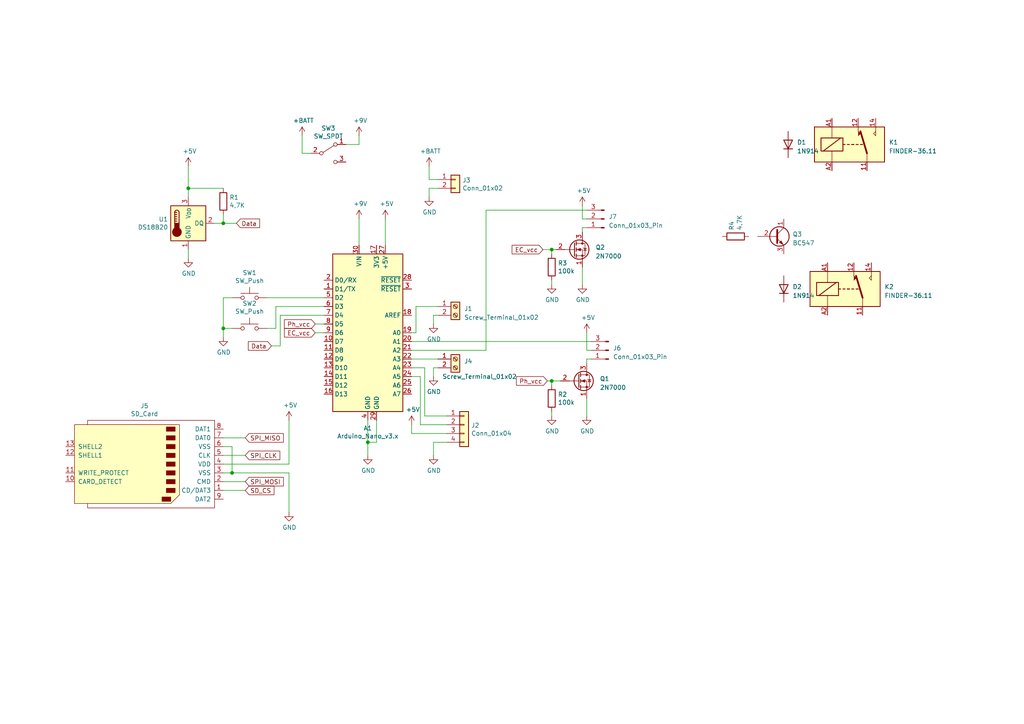
<source format=kicad_sch>
(kicad_sch (version 20230121) (generator eeschema)
  (paper "A4")
  (lib_symbols
    (symbol "Connector:Conn_01x03_Pin" (pin_names (offset 1.016) hide)
      (property "Reference" "J" (at 0 5.08 0))
      (property "Value" "Conn_01x03_Pin" (at 0 -5.08 0))
      (symbol "Conn_01x03_Pin_1_1"
        (polyline (pts (xy 1.27 -2.54) (xy 0.8636 -2.54)) (stroke (width 0.1524)))
        (polyline (pts (xy 1.27 0) (xy 0.8636 0)) (stroke (width 0.1524)))
        (polyline (pts (xy 1.27 2.54) (xy 0.8636 2.54)) (stroke (width 0.1524)))
        (rectangle (start 0.8636 -2.413) (end 0 -2.667) (stroke (width 0.1524)) (fill (type outline)))
        (rectangle (start 0.8636 0.127) (end 0 -0.127) (stroke (width 0.1524)) (fill (type outline)))
        (rectangle (start 0.8636 2.667) (end 0 2.413) (stroke (width 0.1524)) (fill (type outline)))
        (pin passive line (at 5.08 2.54 180) (length 3.81) (name "Pin_1") (number "1"))
        (pin passive line (at 5.08 0 180) (length 3.81) (name "Pin_2") (number "2"))
        (pin passive line (at 5.08 -2.54 180) (length 3.81) (name "Pin_3") (number "3"))
      )
    )
    (symbol "Connector:SD_Card" (pin_names (offset 1.016))
      (property "Reference" "J" (at -16.51 13.97 0))
      (property "Value" "SD_Card" (at 15.24 -13.97 0))
      (symbol "SD_Card_0_1"
        (rectangle (start -8.89 -9.525) (end -6.35 -10.795) (fill (type outline)))
        (rectangle (start -8.89 -6.985) (end -6.35 -8.255) (fill (type outline)))
        (rectangle (start -8.89 -4.445) (end -6.35 -5.715) (fill (type outline)))
        (rectangle (start -8.89 -1.905) (end -6.35 -3.175) (fill (type outline)))
        (rectangle (start -8.89 0.635) (end -6.35 -0.635) (fill (type outline)))
        (rectangle (start -8.89 3.175) (end -6.35 1.905) (fill (type outline)))
        (rectangle (start -8.89 5.715) (end -6.35 4.445) (fill (type outline)))
        (rectangle (start -8.89 8.255) (end -6.35 6.985) (fill (type outline)))
        (rectangle (start -7.62 10.795) (end -5.08 9.525) (fill (type outline)))
        (polyline (pts (xy -10.16 8.89) (xy -7.62 11.43) (xy 20.32 11.43) (xy 20.32 -11.43) (xy -10.16 -11.43) (xy -10.16 8.89)) (fill (type background)))
        (polyline (pts (xy 16.51 11.43) (xy 16.51 12.7) (xy -20.32 12.7) (xy -20.32 -12.7) (xy 16.51 -12.7) (xy 16.51 -11.43)))
      )
      (symbol "SD_Card_1_1"
        (pin input line (at -22.86 7.62 0) (length 2.54) (name "CD/DAT3") (number "1"))
        (pin input line (at 22.86 5.08 180) (length 2.54) (name "CARD_DETECT") (number "10"))
        (pin input line (at 22.86 2.54 180) (length 2.54) (name "WRITE_PROTECT") (number "11"))
        (pin input line (at 22.86 -2.54 180) (length 2.54) (name "SHELL1") (number "12"))
        (pin input line (at 22.86 -5.08 180) (length 2.54) (name "SHELL2") (number "13"))
        (pin input line (at -22.86 5.08 0) (length 2.54) (name "CMD") (number "2"))
        (pin power_in line (at -22.86 2.54 0) (length 2.54) (name "VSS") (number "3"))
        (pin power_in line (at -22.86 0 0) (length 2.54) (name "VDD") (number "4"))
        (pin input line (at -22.86 -2.54 0) (length 2.54) (name "CLK") (number "5"))
        (pin power_in line (at -22.86 -5.08 0) (length 2.54) (name "VSS") (number "6"))
        (pin input line (at -22.86 -7.62 0) (length 2.54) (name "DAT0") (number "7"))
        (pin input line (at -22.86 -10.16 0) (length 2.54) (name "DAT1") (number "8"))
        (pin input line (at -22.86 10.16 0) (length 2.54) (name "DAT2") (number "9"))
      )
    )
    (symbol "Connector:Screw_Terminal_01x02" (pin_names (offset 1.016) hide)
      (property "Reference" "J" (at 0 2.54 0))
      (property "Value" "Screw_Terminal_01x02" (at 0 -5.08 0))
      (symbol "Screw_Terminal_01x02_1_1"
        (rectangle (start -1.27 1.27) (end 1.27 -3.81) (stroke (width 0.254)) (fill (type background)))
        (circle (center 0 -2.54) (radius 0.635) (stroke (width 0.1524)))
        (polyline (pts (xy -0.5334 -2.2098) (xy 0.3302 -3.048)) (stroke (width 0.1524)))
        (polyline (pts (xy -0.5334 0.3302) (xy 0.3302 -0.508)) (stroke (width 0.1524)))
        (polyline (pts (xy -0.3556 -2.032) (xy 0.508 -2.8702)) (stroke (width 0.1524)))
        (polyline (pts (xy -0.3556 0.508) (xy 0.508 -0.3302)) (stroke (width 0.1524)))
        (circle (center 0 0) (radius 0.635) (stroke (width 0.1524)))
        (pin passive line (at -5.08 0 0) (length 3.81) (name "Pin_1") (number "1"))
        (pin passive line (at -5.08 -2.54 0) (length 3.81) (name "Pin_2") (number "2"))
      )
    )
    (symbol "Connector_Generic:Conn_01x02" (pin_names (offset 1.016) hide)
      (property "Reference" "J" (at 0 2.54 0))
      (property "Value" "Conn_01x02" (at 0 -5.08 0))
      (symbol "Conn_01x02_1_1"
        (rectangle (start -1.27 -2.413) (end 0 -2.667) (stroke (width 0.1524)))
        (rectangle (start -1.27 0.127) (end 0 -0.127) (stroke (width 0.1524)))
        (rectangle (start -1.27 1.27) (end 1.27 -3.81) (stroke (width 0.254)) (fill (type background)))
        (pin passive line (at -5.08 0 0) (length 3.81) (name "Pin_1") (number "1"))
        (pin passive line (at -5.08 -2.54 0) (length 3.81) (name "Pin_2") (number "2"))
      )
    )
    (symbol "Connector_Generic:Conn_01x04" (pin_names (offset 1.016) hide)
      (property "Reference" "J" (at 0 5.08 0))
      (property "Value" "Conn_01x04" (at 0 -7.62 0))
      (symbol "Conn_01x04_1_1"
        (rectangle (start -1.27 -4.953) (end 0 -5.207) (stroke (width 0.1524)))
        (rectangle (start -1.27 -2.413) (end 0 -2.667) (stroke (width 0.1524)))
        (rectangle (start -1.27 0.127) (end 0 -0.127) (stroke (width 0.1524)))
        (rectangle (start -1.27 2.667) (end 0 2.413) (stroke (width 0.1524)))
        (rectangle (start -1.27 3.81) (end 1.27 -6.35) (stroke (width 0.254)) (fill (type background)))
        (pin passive line (at -5.08 2.54 0) (length 3.81) (name "Pin_1") (number "1"))
        (pin passive line (at -5.08 0 0) (length 3.81) (name "Pin_2") (number "2"))
        (pin passive line (at -5.08 -2.54 0) (length 3.81) (name "Pin_3") (number "3"))
        (pin passive line (at -5.08 -5.08 0) (length 3.81) (name "Pin_4") (number "4"))
      )
    )
    (symbol "Device:R" (pin_numbers hide) (pin_names (offset 0))
      (property "Reference" "R" (at 2.032 0 90))
      (property "Value" "R" (at 0 0 90))
      (symbol "R_0_1"
        (rectangle (start -1.016 -2.54) (end 1.016 2.54) (stroke (width 0.254)))
      )
      (symbol "R_1_1"
        (pin passive line (at 0 3.81 270) (length 1.27) (name "~") (number "1"))
        (pin passive line (at 0 -3.81 90) (length 1.27) (name "~") (number "2"))
      )
    )
    (symbol "Diode:1N914" (pin_numbers hide) (pin_names hide)
      (property "Reference" "D" (at 0 2.54 0))
      (property "Value" "1N914" (at 0 -2.54 0))
      (symbol "1N914_0_1"
        (polyline (pts (xy -1.27 1.27) (xy -1.27 -1.27)) (stroke (width 0.254)))
        (polyline (pts (xy 1.27 0) (xy -1.27 0)))
        (polyline (pts (xy 1.27 1.27) (xy 1.27 -1.27) (xy -1.27 0) (xy 1.27 1.27)) (stroke (width 0.254)))
      )
      (symbol "1N914_1_1"
        (pin passive line (at -3.81 0 0) (length 2.54) (name "K") (number "1"))
        (pin passive line (at 3.81 0 180) (length 2.54) (name "A") (number "2"))
      )
    )
    (symbol "MCU_Module:Arduino_Nano_v3.x"
      (property "Reference" "A" (at -10.16 23.495 0))
      (property "Value" "Arduino_Nano_v3.x" (at 5.08 -24.13 0))
      (symbol "Arduino_Nano_v3.x_0_1"
        (rectangle (start -10.16 22.86) (end 10.16 -22.86) (stroke (width 0.254)) (fill (type background)))
      )
      (symbol "Arduino_Nano_v3.x_1_1"
        (pin bidirectional line (at -12.7 12.7 0) (length 2.54) (name "D1/TX") (number "1"))
        (pin bidirectional line (at -12.7 -2.54 0) (length 2.54) (name "D7") (number "10"))
        (pin bidirectional line (at -12.7 -5.08 0) (length 2.54) (name "D8") (number "11"))
        (pin bidirectional line (at -12.7 -7.62 0) (length 2.54) (name "D9") (number "12"))
        (pin bidirectional line (at -12.7 -10.16 0) (length 2.54) (name "D10") (number "13"))
        (pin bidirectional line (at -12.7 -12.7 0) (length 2.54) (name "D11") (number "14"))
        (pin bidirectional line (at -12.7 -15.24 0) (length 2.54) (name "D12") (number "15"))
        (pin bidirectional line (at -12.7 -17.78 0) (length 2.54) (name "D13") (number "16"))
        (pin power_out line (at 2.54 25.4 270) (length 2.54) (name "3V3") (number "17"))
        (pin input line (at 12.7 5.08 180) (length 2.54) (name "AREF") (number "18"))
        (pin bidirectional line (at 12.7 0 180) (length 2.54) (name "A0") (number "19"))
        (pin bidirectional line (at -12.7 15.24 0) (length 2.54) (name "D0/RX") (number "2"))
        (pin bidirectional line (at 12.7 -2.54 180) (length 2.54) (name "A1") (number "20"))
        (pin bidirectional line (at 12.7 -5.08 180) (length 2.54) (name "A2") (number "21"))
        (pin bidirectional line (at 12.7 -7.62 180) (length 2.54) (name "A3") (number "22"))
        (pin bidirectional line (at 12.7 -10.16 180) (length 2.54) (name "A4") (number "23"))
        (pin bidirectional line (at 12.7 -12.7 180) (length 2.54) (name "A5") (number "24"))
        (pin bidirectional line (at 12.7 -15.24 180) (length 2.54) (name "A6") (number "25"))
        (pin bidirectional line (at 12.7 -17.78 180) (length 2.54) (name "A7") (number "26"))
        (pin power_out line (at 5.08 25.4 270) (length 2.54) (name "+5V") (number "27"))
        (pin input line (at 12.7 15.24 180) (length 2.54) (name "~{RESET}") (number "28"))
        (pin power_in line (at 2.54 -25.4 90) (length 2.54) (name "GND") (number "29"))
        (pin input line (at 12.7 12.7 180) (length 2.54) (name "~{RESET}") (number "3"))
        (pin power_in line (at -2.54 25.4 270) (length 2.54) (name "VIN") (number "30"))
        (pin power_in line (at 0 -25.4 90) (length 2.54) (name "GND") (number "4"))
        (pin bidirectional line (at -12.7 10.16 0) (length 2.54) (name "D2") (number "5"))
        (pin bidirectional line (at -12.7 7.62 0) (length 2.54) (name "D3") (number "6"))
        (pin bidirectional line (at -12.7 5.08 0) (length 2.54) (name "D4") (number "7"))
        (pin bidirectional line (at -12.7 2.54 0) (length 2.54) (name "D5") (number "8"))
        (pin bidirectional line (at -12.7 0 0) (length 2.54) (name "D6") (number "9"))
      )
    )
    (symbol "Relay:FINDER-36.11"
      (property "Reference" "K" (at 11.43 3.81 0))
      (property "Value" "FINDER-36.11" (at 11.43 1.27 0))
      (symbol "FINDER-36.11_0_0"
        (polyline (pts (xy 2.54 3.81) (xy 2.54 5.08)))
        (polyline (pts (xy 7.62 3.81) (xy 7.62 5.08)))
        (polyline (pts (xy 7.62 3.81) (xy 7.62 2.54) (xy 6.985 3.175) (xy 7.62 3.81)))
      )
      (symbol "FINDER-36.11_0_1"
        (rectangle (start -10.16 5.08) (end 10.16 -5.08) (stroke (width 0.254)) (fill (type background)))
        (rectangle (start -8.255 1.905) (end -1.905 -1.905) (stroke (width 0.254)))
        (polyline (pts (xy -7.62 -1.905) (xy -2.54 1.905)) (stroke (width 0.254)))
        (polyline (pts (xy -5.08 -5.08) (xy -5.08 -1.905)))
        (polyline (pts (xy -5.08 5.08) (xy -5.08 1.905)))
        (polyline (pts (xy -1.905 0) (xy -1.27 0)) (stroke (width 0.254)))
        (polyline (pts (xy -0.635 0) (xy 0 0)) (stroke (width 0.254)))
        (polyline (pts (xy 0.635 0) (xy 1.27 0)) (stroke (width 0.254)))
        (polyline (pts (xy 0.635 0) (xy 1.27 0)) (stroke (width 0.254)))
        (polyline (pts (xy 1.905 0) (xy 2.54 0)) (stroke (width 0.254)))
        (polyline (pts (xy 3.175 0) (xy 3.81 0)) (stroke (width 0.254)))
        (polyline (pts (xy 5.08 -2.54) (xy 3.175 3.81)) (stroke (width 0.508)))
        (polyline (pts (xy 5.08 -2.54) (xy 5.08 -5.08)))
        (polyline (pts (xy 2.54 2.54) (xy 3.175 3.175) (xy 2.54 3.81)) (fill (type outline)))
      )
      (symbol "FINDER-36.11_1_1"
        (pin passive line (at 5.08 -7.62 90) (length 2.54) (name "~") (number "11"))
        (pin passive line (at 2.54 7.62 270) (length 2.54) (name "~") (number "12"))
        (pin passive line (at 7.62 7.62 270) (length 2.54) (name "~") (number "14"))
        (pin passive line (at -5.08 7.62 270) (length 2.54) (name "~") (number "A1"))
        (pin passive line (at -5.08 -7.62 90) (length 2.54) (name "~") (number "A2"))
      )
    )
    (symbol "Sensor_Temperature:DS18B20"
      (property "Reference" "U" (at -3.81 6.35 0))
      (property "Value" "DS18B20" (at 6.35 6.35 0))
      (symbol "DS18B20_0_1"
        (rectangle (start -5.08 5.08) (end 5.08 -5.08) (stroke (width 0.254)) (fill (type background)))
        (circle (center -3.302 -2.54) (radius 1.27) (stroke (width 0.254)) (fill (type outline)))
        (rectangle (start -2.667 -1.905) (end -3.937 0) (stroke (width 0.254)) (fill (type outline)))
        (arc (start -2.667 3.175) (mid -3.302 3.8073) (end -3.937 3.175) (stroke (width 0.254)))
        (polyline (pts (xy -3.937 0.635) (xy -3.302 0.635)) (stroke (width 0.254)))
        (polyline (pts (xy -3.937 1.27) (xy -3.302 1.27)) (stroke (width 0.254)))
        (polyline (pts (xy -3.937 1.905) (xy -3.302 1.905)) (stroke (width 0.254)))
        (polyline (pts (xy -3.937 2.54) (xy -3.302 2.54)) (stroke (width 0.254)))
        (polyline (pts (xy -3.937 3.175) (xy -3.937 0)) (stroke (width 0.254)))
        (polyline (pts (xy -3.937 3.175) (xy -3.302 3.175)) (stroke (width 0.254)))
        (polyline (pts (xy -2.667 3.175) (xy -2.667 0)) (stroke (width 0.254)))
      )
      (symbol "DS18B20_1_1"
        (pin power_in line (at 0 -7.62 90) (length 2.54) (name "GND") (number "1"))
        (pin bidirectional line (at 7.62 0 180) (length 2.54) (name "DQ") (number "2"))
        (pin power_in line (at 0 7.62 270) (length 2.54) (name "V_{DD}") (number "3"))
      )
    )
    (symbol "Switch:SW_Push" (pin_numbers hide) (pin_names (offset 1.016) hide)
      (property "Reference" "SW" (at 1.27 2.54 0))
      (property "Value" "SW_Push" (at 0 -1.524 0))
      (symbol "SW_Push_0_1"
        (circle (center -2.032 0) (radius 0.508))
        (polyline (pts (xy 0 1.27) (xy 0 3.048)))
        (polyline (pts (xy 2.54 1.27) (xy -2.54 1.27)))
        (circle (center 2.032 0) (radius 0.508))
        (pin passive line (at -5.08 0 0) (length 2.54) (name "1") (number "1"))
        (pin passive line (at 5.08 0 180) (length 2.54) (name "2") (number "2"))
      )
    )
    (symbol "Switch:SW_SPDT" (pin_names (offset 0) hide)
      (property "Reference" "SW" (at 0 4.318 0))
      (property "Value" "SW_SPDT" (at 0 -5.08 0))
      (symbol "SW_SPDT_0_0"
        (circle (center -2.032 0) (radius 0.508))
        (circle (center 2.032 -2.54) (radius 0.508))
      )
      (symbol "SW_SPDT_0_1"
        (polyline (pts (xy -1.524 0.254) (xy 1.651 2.286)))
        (circle (center 2.032 2.54) (radius 0.508))
      )
      (symbol "SW_SPDT_1_1"
        (pin passive line (at 5.08 2.54 180) (length 2.54) (name "A") (number "1"))
        (pin passive line (at -5.08 0 0) (length 2.54) (name "B") (number "2"))
        (pin passive line (at 5.08 -2.54 180) (length 2.54) (name "C") (number "3"))
      )
    )
    (symbol "Transistor_BJT:BC547" (pin_names (offset 0) hide)
      (property "Reference" "Q" (at 5.08 1.905 0))
      (property "Value" "BC547" (at 5.08 0 0))
      (symbol "BC547_0_1"
        (polyline (pts (xy 0 0) (xy 0.635 0)))
        (polyline (pts (xy 0.635 0.635) (xy 2.54 2.54)))
        (polyline (pts (xy 0.635 -0.635) (xy 2.54 -2.54) (xy 2.54 -2.54)))
        (polyline (pts (xy 0.635 1.905) (xy 0.635 -1.905) (xy 0.635 -1.905)) (stroke (width 0.508)))
        (polyline (pts (xy 1.27 -1.778) (xy 1.778 -1.27) (xy 2.286 -2.286) (xy 1.27 -1.778) (xy 1.27 -1.778)) (fill (type outline)))
        (circle (center 1.27 0) (radius 2.8194) (stroke (width 0.254)))
      )
      (symbol "BC547_1_1"
        (pin passive line (at 2.54 5.08 270) (length 2.54) (name "C") (number "1"))
        (pin input line (at -5.08 0 0) (length 5.08) (name "B") (number "2"))
        (pin passive line (at 2.54 -5.08 90) (length 2.54) (name "E") (number "3"))
      )
    )
    (symbol "Transistor_FET:2N7000" (pin_names hide)
      (property "Reference" "Q" (at 5.08 1.905 0))
      (property "Value" "2N7000" (at 5.08 0 0))
      (symbol "2N7000_0_1"
        (polyline (pts (xy 0.254 0) (xy -2.54 0)))
        (polyline (pts (xy 0.254 1.905) (xy 0.254 -1.905)) (stroke (width 0.254)))
        (polyline (pts (xy 0.762 -1.27) (xy 0.762 -2.286)) (stroke (width 0.254)))
        (polyline (pts (xy 0.762 0.508) (xy 0.762 -0.508)) (stroke (width 0.254)))
        (polyline (pts (xy 0.762 2.286) (xy 0.762 1.27)) (stroke (width 0.254)))
        (polyline (pts (xy 2.54 2.54) (xy 2.54 1.778)))
        (polyline (pts (xy 2.54 -2.54) (xy 2.54 0) (xy 0.762 0)))
        (polyline (pts (xy 0.762 -1.778) (xy 3.302 -1.778) (xy 3.302 1.778) (xy 0.762 1.778)))
        (polyline (pts (xy 1.016 0) (xy 2.032 0.381) (xy 2.032 -0.381) (xy 1.016 0)) (fill (type outline)))
        (polyline (pts (xy 2.794 0.508) (xy 2.921 0.381) (xy 3.683 0.381) (xy 3.81 0.254)))
        (polyline (pts (xy 3.302 0.381) (xy 2.921 -0.254) (xy 3.683 -0.254) (xy 3.302 0.381)))
        (circle (center 1.651 0) (radius 2.794) (stroke (width 0.254)))
        (circle (center 2.54 -1.778) (radius 0.254) (fill (type outline)))
        (circle (center 2.54 1.778) (radius 0.254) (fill (type outline)))
      )
      (symbol "2N7000_1_1"
        (pin passive line (at 2.54 -5.08 90) (length 2.54) (name "S") (number "1"))
        (pin input line (at -5.08 0 0) (length 2.54) (name "G") (number "2"))
        (pin passive line (at 2.54 5.08 270) (length 2.54) (name "D") (number "3"))
      )
    )
    (symbol "power:+5V" (power) (pin_names (offset 0))
      (property "Value" "+5V" (at 0 3.556 0))
      (symbol "+5V_0_1"
        (polyline (pts (xy -0.762 1.27) (xy 0 2.54)))
        (polyline (pts (xy 0 0) (xy 0 2.54)))
        (polyline (pts (xy 0 2.54) (xy 0.762 1.27)))
      )
      (symbol "+5V_1_1"
        (pin power_in line (at 0 0 90) (length 0) hide (name "+5V") (number "1"))
      )
    )
    (symbol "power:+9V" (power) (pin_names (offset 0))
      (property "Value" "+9V" (at 0 3.556 0))
      (symbol "+9V_0_1"
        (polyline (pts (xy -0.762 1.27) (xy 0 2.54)))
        (polyline (pts (xy 0 0) (xy 0 2.54)))
        (polyline (pts (xy 0 2.54) (xy 0.762 1.27)))
      )
      (symbol "+9V_1_1"
        (pin power_in line (at 0 0 90) (length 0) hide (name "+9V") (number "1"))
      )
    )
    (symbol "power:+BATT" (power) (pin_names (offset 0))
      (property "Value" "+BATT" (at 0 3.556 0))
      (symbol "+BATT_0_1"
        (polyline (pts (xy -0.762 1.27) (xy 0 2.54)))
        (polyline (pts (xy 0 0) (xy 0 2.54)))
        (polyline (pts (xy 0 2.54) (xy 0.762 1.27)))
      )
      (symbol "+BATT_1_1"
        (pin power_in line (at 0 0 90) (length 0) hide (name "+BATT") (number "1"))
      )
    )
    (symbol "power:GND" (power) (pin_names (offset 0))
      (property "Value" "GND" (at 0 -3.81 0))
      (symbol "GND_0_1"
        (polyline (pts (xy 0 0) (xy 0 -1.27) (xy 1.27 -1.27) (xy 0 -2.54) (xy -1.27 -1.27) (xy 0 -1.27)))
      )
      (symbol "GND_1_1"
        (pin power_in line (at 0 0 270) (length 0) hide (name "GND") (number "1"))
      )
    )
  )
  (junction (at 106.68 128.27))
  (junction (at 54.61 54.61))
  (junction (at 160.02 110.49))
  (junction (at 64.77 64.77))
  (junction (at 64.77 95.25))
  (junction (at 67.31 137.16))
  (junction (at 160.02 72.39))
  (wire (pts (xy 121.92 109.22) (xy 121.92 123.19)))
  (wire (pts (xy 129.54 120.65) (xy 123.19 120.65)))
  (wire (pts (xy 104.14 63.5) (xy 104.14 71.12)))
  (wire (pts (xy 91.44 96.52) (xy 93.98 96.52)))
  (wire (pts (xy 67.31 129.54) (xy 67.31 137.16)))
  (wire (pts (xy 120.65 96.52) (xy 120.65 88.9)))
  (wire (pts (xy 106.68 128.27) (xy 106.68 121.92)))
  (wire (pts (xy 124.46 57.15) (xy 124.46 54.61)))
  (wire (pts (xy 83.82 137.16) (xy 83.82 148.59)))
  (wire (pts (xy 170.18 60.96) (xy 140.97 60.96)))
  (wire (pts (xy 64.77 97.79) (xy 64.77 95.25)))
  (wire (pts (xy 170.18 115.57) (xy 170.18 120.65)))
  (wire (pts (xy 125.73 132.08) (xy 125.73 128.27)))
  (wire (pts (xy 125.73 91.44) (xy 127 91.44)))
  (wire (pts (xy 68.58 64.77) (xy 64.77 64.77)))
  (wire (pts (xy 160.02 81.28) (xy 160.02 82.55)))
  (wire (pts (xy 119.38 123.19) (xy 119.38 125.73)))
  (wire (pts (xy 125.73 106.68) (xy 127 106.68)))
  (wire (pts (xy 54.61 72.39) (xy 54.61 74.93)))
  (wire (pts (xy 157.48 72.39) (xy 160.02 72.39)))
  (wire (pts (xy 106.68 128.27) (xy 106.68 132.08)))
  (wire (pts (xy 170.18 104.14) (xy 171.45 104.14)))
  (wire (pts (xy 119.38 104.14) (xy 127 104.14)))
  (wire (pts (xy 119.38 99.06) (xy 171.45 99.06)))
  (wire (pts (xy 64.77 64.77) (xy 62.23 64.77)))
  (wire (pts (xy 87.63 44.45) (xy 90.17 44.45)))
  (wire (pts (xy 77.47 95.25) (xy 80.01 95.25)))
  (wire (pts (xy 64.77 54.61) (xy 54.61 54.61)))
  (wire (pts (xy 160.02 119.38) (xy 160.02 120.65)))
  (wire (pts (xy 67.31 137.16) (xy 83.82 137.16)))
  (wire (pts (xy 111.76 63.5) (xy 111.76 71.12)))
  (wire (pts (xy 120.65 88.9) (xy 127 88.9)))
  (wire (pts (xy 170.18 63.5) (xy 168.91 63.5)))
  (wire (pts (xy 64.77 137.16) (xy 67.31 137.16)))
  (wire (pts (xy 104.14 41.91) (xy 104.14 39.37)))
  (wire (pts (xy 54.61 48.26) (xy 54.61 54.61)))
  (wire (pts (xy 64.77 62.23) (xy 64.77 64.77)))
  (wire (pts (xy 119.38 101.6) (xy 140.97 101.6)))
  (wire (pts (xy 77.47 86.36) (xy 93.98 86.36)))
  (wire (pts (xy 170.18 105.41) (xy 170.18 104.14)))
  (wire (pts (xy 158.75 110.49) (xy 160.02 110.49)))
  (wire (pts (xy 123.19 106.68) (xy 119.38 106.68)))
  (wire (pts (xy 81.28 91.44) (xy 93.98 91.44)))
  (wire (pts (xy 160.02 72.39) (xy 161.29 72.39)))
  (wire (pts (xy 109.22 121.92) (xy 109.22 128.27)))
  (wire (pts (xy 125.73 128.27) (xy 129.54 128.27)))
  (wire (pts (xy 80.01 95.25) (xy 80.01 88.9)))
  (wire (pts (xy 170.18 96.52) (xy 170.18 101.6)))
  (wire (pts (xy 83.82 121.92) (xy 83.82 134.62)))
  (wire (pts (xy 91.44 93.98) (xy 93.98 93.98)))
  (wire (pts (xy 124.46 48.26) (xy 124.46 52.07)))
  (wire (pts (xy 168.91 67.31) (xy 168.91 66.04)))
  (wire (pts (xy 125.73 93.98) (xy 125.73 91.44)))
  (wire (pts (xy 64.77 134.62) (xy 83.82 134.62)))
  (wire (pts (xy 140.97 60.96) (xy 140.97 101.6)))
  (wire (pts (xy 121.92 123.19) (xy 129.54 123.19)))
  (wire (pts (xy 119.38 96.52) (xy 120.65 96.52)))
  (wire (pts (xy 54.61 54.61) (xy 54.61 57.15)))
  (wire (pts (xy 67.31 95.25) (xy 64.77 95.25)))
  (wire (pts (xy 124.46 52.07) (xy 127 52.07)))
  (wire (pts (xy 87.63 39.37) (xy 87.63 44.45)))
  (wire (pts (xy 171.45 101.6) (xy 170.18 101.6)))
  (wire (pts (xy 160.02 111.76) (xy 160.02 110.49)))
  (wire (pts (xy 168.91 63.5) (xy 168.91 59.69)))
  (wire (pts (xy 64.77 129.54) (xy 67.31 129.54)))
  (wire (pts (xy 160.02 110.49) (xy 162.56 110.49)))
  (wire (pts (xy 123.19 120.65) (xy 123.19 106.68)))
  (wire (pts (xy 64.77 127) (xy 71.12 127)))
  (wire (pts (xy 100.33 41.91) (xy 104.14 41.91)))
  (wire (pts (xy 64.77 139.7) (xy 71.12 139.7)))
  (wire (pts (xy 119.38 125.73) (xy 129.54 125.73)))
  (wire (pts (xy 80.01 88.9) (xy 93.98 88.9)))
  (wire (pts (xy 168.91 77.47) (xy 168.91 82.55)))
  (wire (pts (xy 160.02 73.66) (xy 160.02 72.39)))
  (wire (pts (xy 125.73 109.22) (xy 125.73 106.68)))
  (wire (pts (xy 78.74 100.33) (xy 81.28 100.33)))
  (wire (pts (xy 64.77 86.36) (xy 67.31 86.36)))
  (wire (pts (xy 64.77 142.24) (xy 71.12 142.24)))
  (wire (pts (xy 64.77 132.08) (xy 71.12 132.08)))
  (wire (pts (xy 109.22 128.27) (xy 106.68 128.27)))
  (wire (pts (xy 64.77 95.25) (xy 64.77 86.36)))
  (wire (pts (xy 81.28 100.33) (xy 81.28 91.44)))
  (wire (pts (xy 124.46 54.61) (xy 127 54.61)))
  (wire (pts (xy 168.91 66.04) (xy 170.18 66.04)))
  (wire (pts (xy 119.38 109.22) (xy 121.92 109.22)))
  (global_label "Data" (shape input) (at 68.58 64.77 0) (property "Intersheetrefs" "${INTERSHEET_REFS}" (effects hide)))
  (global_label "Ph_vcc" (shape input) (at 91.44 93.98 180) (property "Intersheetrefs" "${INTERSHEET_REFS}" (effects hide)))
  (global_label "Ph_vcc" (shape input) (at 158.75 110.49 180) (property "Intersheetrefs" "${INTERSHEET_REFS}" (effects hide)))
  (global_label "EC_vcc" (shape input) (at 157.48 72.39 180) (property "Intersheetrefs" "${INTERSHEET_REFS}" (effects hide)))
  (global_label "EC_vcc" (shape input) (at 91.44 96.52 180) (property "Intersheetrefs" "${INTERSHEET_REFS}" (effects hide)))
  (global_label "SD_CS" (shape input) (at 71.12 142.24 0) (property "Intersheetrefs" "${INTERSHEET_REFS}" (effects hide)))
  (global_label "Data" (shape input) (at 78.74 100.33 180) (property "Intersheetrefs" "${INTERSHEET_REFS}" (effects hide)))
  (global_label "SPI_MOSI" (shape input) (at 71.12 139.7 0) (property "Intersheetrefs" "${INTERSHEET_REFS}" (effects hide)))
  (global_label "SPI_CLK" (shape input) (at 71.12 132.08 0) (property "Intersheetrefs" "${INTERSHEET_REFS}" (effects hide)))
  (global_label "SPI_MISO" (shape input) (at 71.12 127 0) (property "Intersheetrefs" "${INTERSHEET_REFS}" (effects hide)))
  (symbol (lib_id "MCU_Module:Arduino_Nano_v3.x") (at 106.68 96.52 0) (unit 1)
    (property "Reference" "A1" (at 106.68 124.1806 0))
    (property "Value" "Arduino_Nano_v3.x" (at 106.68 126.492 0))
    (property "Footprint" "Module:Arduino_Nano" (effects hide))
    (property "Datasheet" "http://www.mouser.com/pdfdocs/Gravitech_Arduino_Nano3_0.pdf" (effects hide))
  )
  (symbol (lib_id "Switch:SW_Push") (at 72.39 86.36 0) (unit 1)
    (property "Reference" "SW1" (at 72.39 79.121 0))
    (property "Value" "SW_Push" (at 72.39 81.4324 0))
    (property "Footprint" "Button_Switch_THT:SW_PUSH_6mm_H8mm" (effects hide))
  )
  (symbol (lib_id "power:GND") (at 64.77 97.79 0) (unit 1)
    (property "Reference" "#PWR0101" (effects hide))
    (property "Value" "GND" (at 64.897 102.1842 0))
  )
  (symbol (lib_id "power:GND") (at 106.68 132.08 0) (unit 1)
    (property "Reference" "#PWR0102" (effects hide))
    (property "Value" "GND" (at 106.807 136.4742 0))
  )
  (symbol (lib_id "Switch:SW_Push") (at 72.39 95.25 0) (unit 1)
    (property "Reference" "SW2" (at 72.39 88.011 0))
    (property "Value" "SW_Push" (at 72.39 90.3224 0))
    (property "Footprint" "Button_Switch_THT:SW_PUSH_6mm_H8mm" (effects hide))
  )
  (symbol (lib_id "Sensor_Temperature:DS18B20") (at 54.61 64.77 0) (unit 1)
    (property "Reference" "U1" (at 48.768 63.6016 0) (effects (justify right)))
    (property "Value" "DS18B20" (at 48.768 65.913 0) (effects (justify right)))
    (property "Footprint" "Button_Switch_THT:SW_CuK_JS202011AQN_DPDT_Angled" (effects hide))
    (property "Datasheet" "http://datasheets.maximintegrated.com/en/ds/DS18B20.pdf" (effects hide))
  )
  (symbol (lib_id "power:+9V") (at 104.14 63.5 0) (unit 1)
    (property "Reference" "#PWR0103" (effects hide))
    (property "Value" "+9V" (at 104.521 59.1058 0))
  )
  (symbol (lib_id "power:+5V") (at 111.76 63.5 0) (unit 1)
    (property "Reference" "#PWR0104" (effects hide))
    (property "Value" "+5V" (at 112.141 59.1058 0))
  )
  (symbol (lib_id "power:+5V") (at 54.61 48.26 0) (unit 1)
    (property "Reference" "#PWR0105" (effects hide))
    (property "Value" "+5V" (at 54.991 43.8658 0))
  )
  (symbol (lib_id "power:GND") (at 54.61 74.93 0) (unit 1)
    (property "Reference" "#PWR0106" (effects hide))
    (property "Value" "GND" (at 54.737 79.3242 0))
  )
  (symbol (lib_id "Device:R") (at 64.77 58.42 0) (unit 1)
    (property "Reference" "R1" (at 66.548 57.2516 0) (effects (justify left)))
    (property "Value" "4,7K" (at 66.548 59.563 0) (effects (justify left)))
    (property "Footprint" "Resistor_THT:R_Axial_DIN0207_L6.3mm_D2.5mm_P10.16mm_Horizontal" (effects hide))
  )
  (symbol (lib_id "power:GND") (at 160.02 120.65 0) (unit 1)
    (property "Reference" "#PWR0107" (effects hide))
    (property "Value" "GND" (at 160.147 125.0442 0))
  )
  (symbol (lib_id "Switch:SW_SPDT") (at 95.25 44.45 0) (unit 1)
    (property "Reference" "SW3" (at 95.25 37.211 0))
    (property "Value" "SW_SPDT" (at 95.25 39.5224 0))
    (property "Footprint" "Connector_PinHeader_2.54mm:PinHeader_1x03_P2.54mm_Vertical" (effects hide))
  )
  (symbol (lib_id "power:+BATT") (at 87.63 39.37 0) (unit 1)
    (property "Reference" "#PWR0109" (effects hide))
    (property "Value" "+BATT" (at 88.011 34.9758 0))
  )
  (symbol (lib_id "power:+9V") (at 104.14 39.37 0) (unit 1)
    (property "Reference" "#PWR0110" (effects hide))
    (property "Value" "+9V" (at 104.521 34.9758 0))
  )
  (symbol (lib_id "Connector_Generic:Conn_01x04") (at 134.62 123.19 0) (unit 1)
    (property "Reference" "J2" (at 136.652 123.3932 0) (effects (justify left)))
    (property "Value" "Conn_01x04" (at 136.652 125.7046 0) (effects (justify left)))
    (property "Footprint" "Connector_PinHeader_2.54mm:PinHeader_1x04_P2.54mm_Vertical" (effects hide))
  )
  (symbol (lib_id "power:+5V") (at 119.38 123.19 0) (unit 1)
    (property "Reference" "#PWR0111" (effects hide))
    (property "Value" "+5V" (at 119.761 118.7958 0))
  )
  (symbol (lib_id "power:GND") (at 125.73 132.08 0) (unit 1)
    (property "Reference" "#PWR0112" (effects hide))
    (property "Value" "GND" (at 125.857 136.4742 0))
  )
  (symbol (lib_id "Connector_Generic:Conn_01x02") (at 132.08 52.07 0) (unit 1)
    (property "Reference" "J3" (at 134.112 52.2732 0) (effects (justify left)))
    (property "Value" "Conn_01x02" (at 134.112 54.5846 0) (effects (justify left)))
    (property "Footprint" "Connector_PinHeader_2.54mm:PinHeader_1x02_P2.54mm_Vertical" (effects hide))
  )
  (symbol (lib_id "power:GND") (at 124.46 57.15 0) (unit 1)
    (property "Reference" "#PWR0113" (effects hide))
    (property "Value" "GND" (at 124.587 61.5442 0))
  )
  (symbol (lib_id "power:+BATT") (at 124.46 48.26 0) (unit 1)
    (property "Reference" "#PWR0114" (effects hide))
    (property "Value" "+BATT" (at 124.841 43.8658 0))
  )
  (symbol (lib_id "power:GND") (at 160.02 82.55 0) (unit 1)
    (property "Reference" "#PWR0108" (effects hide))
    (property "Value" "GND" (at 160.147 86.9442 0))
  )
  (symbol (lib_id "Connector:SD_Card") (at 41.91 134.62 180) (unit 1)
    (property "Reference" "J5" (at 41.91 117.729 0))
    (property "Value" "SD_Card" (at 41.91 120.0404 0))
    (property "Datasheet" "http://portal.fciconnect.com/Comergent//fci/drawing/10067847.pdf" (effects hide))
  )
  (symbol (lib_id "power:GND") (at 83.82 148.59 0) (unit 1)
    (property "Reference" "#PWR0115" (effects hide))
    (property "Value" "GND" (at 83.947 152.9842 0))
  )
  (symbol (lib_id "power:+5V") (at 83.82 121.92 0) (unit 1)
    (property "Reference" "#PWR0116" (effects hide))
    (property "Value" "+5V" (at 84.201 117.5258 0))
  )
  (symbol (lib_id "Connector:Conn_01x03_Pin") (at 176.53 101.6 180) (unit 1)
    (property "Reference" "J6" (at 177.8 100.965 0) (effects (justify right)))
    (property "Value" "Conn_01x03_Pin" (at 177.8 103.505 0) (effects (justify right)))
  )
  (symbol (lib_id "Transistor_BJT:BC547") (at 224.79 68.58 0) (unit 1)
    (property "Reference" "Q3" (at 229.87 67.945 0) (effects (justify left)))
    (property "Value" "BC547" (at 229.87 70.485 0) (effects (justify left)))
    (property "Footprint" "Package_TO_SOT_THT:TO-92_Inline" (effects hide))
    (property "Datasheet" "https://www.onsemi.com/pub/Collateral/BC550-D.pdf" (effects hide))
  )
  (symbol (lib_id "power:+5V") (at 170.18 96.52 0) (unit 1)
    (property "Reference" "#PWR06" (effects hide))
    (property "Value" "+5V" (at 170.561 92.1258 0))
  )
  (symbol (lib_id "Diode:1N914") (at 227.33 83.82 90) (unit 1)
    (property "Reference" "D2" (at 229.87 83.185 90) (effects (justify right)))
    (property "Value" "1N914" (at 229.87 85.725 90) (effects (justify right)))
    (property "Footprint" "Diode_THT:D_DO-35_SOD27_P7.62mm_Horizontal" (effects hide))
    (property "Datasheet" "http://www.vishay.com/docs/85622/1n914.pdf" (effects hide))
    (property "Sim.Device" "D" (effects hide))
    (property "Sim.Pins" "1=K 2=A" (effects hide))
  )
  (symbol (lib_id "Device:R") (at 160.02 115.57 0) (unit 1)
    (property "Reference" "R2" (at 161.798 114.4016 0) (effects (justify left)))
    (property "Value" "100k" (at 161.798 116.713 0) (effects (justify left)))
    (property "Footprint" "Resistor_THT:R_Axial_DIN0207_L6.3mm_D2.5mm_P10.16mm_Horizontal" (effects hide))
  )
  (symbol (lib_id "Device:R") (at 160.02 77.47 0) (unit 1)
    (property "Reference" "R3" (at 161.798 76.3016 0) (effects (justify left)))
    (property "Value" "100k" (at 161.798 78.613 0) (effects (justify left)))
    (property "Footprint" "Resistor_THT:R_Axial_DIN0207_L6.3mm_D2.5mm_P10.16mm_Horizontal" (effects hide))
  )
  (symbol (lib_id "Relay:FINDER-36.11") (at 245.11 83.82 0) (unit 1)
    (property "Reference" "K2" (at 256.54 83.185 0) (effects (justify left)))
    (property "Value" "FINDER-36.11" (at 256.54 85.725 0) (effects (justify left)))
    (property "Footprint" "Relay_THT:Relay_SPDT_Finder_36.11" (effects hide))
    (property "Datasheet" "https://gfinder.findernet.com/public/attachments/36/EN/S36EN.pdf" (effects hide))
  )
  (symbol (lib_id "Connector:Screw_Terminal_01x02") (at 132.08 88.9 0) (unit 1)
    (property "Reference" "J1" (at 134.62 89.535 0) (effects (justify left)))
    (property "Value" "Screw_Terminal_01x02" (at 134.62 92.075 0) (effects (justify left)))
  )
  (symbol (lib_id "Connector:Screw_Terminal_01x02") (at 132.08 104.14 0) (unit 1)
    (property "Reference" "J4" (at 134.62 104.775 0) (effects (justify left)))
    (property "Value" "Screw_Terminal_01x02" (at 128.27 109.22 0) (effects (justify left)))
  )
  (symbol (lib_id "Diode:1N914") (at 228.6 41.91 90) (unit 1)
    (property "Reference" "D1" (at 231.14 41.275 90) (effects (justify right)))
    (property "Value" "1N914" (at 231.14 43.815 90) (effects (justify right)))
    (property "Footprint" "Diode_THT:D_DO-35_SOD27_P7.62mm_Horizontal" (effects hide))
    (property "Datasheet" "http://www.vishay.com/docs/85622/1n914.pdf" (effects hide))
    (property "Sim.Device" "D" (effects hide))
    (property "Sim.Pins" "1=K 2=A" (effects hide))
  )
  (symbol (lib_id "Relay:FINDER-36.11") (at 246.38 41.91 0) (unit 1)
    (property "Reference" "K1" (at 257.81 41.275 0) (effects (justify left)))
    (property "Value" "FINDER-36.11" (at 257.81 43.815 0) (effects (justify left)))
    (property "Footprint" "Relay_THT:Relay_SPDT_Finder_36.11" (effects hide))
    (property "Datasheet" "https://gfinder.findernet.com/public/attachments/36/EN/S36EN.pdf" (effects hide))
  )
  (symbol (lib_id "power:GND") (at 125.73 109.22 0) (unit 1)
    (property "Reference" "#PWR02" (effects hide))
    (property "Value" "GND" (at 125.857 113.6142 0))
  )
  (symbol (lib_id "power:GND") (at 125.73 93.98 0) (unit 1)
    (property "Reference" "#PWR01" (effects hide))
    (property "Value" "GND" (at 125.857 98.3742 0))
  )
  (symbol (lib_id "power:+5V") (at 168.91 59.69 0) (unit 1)
    (property "Reference" "#PWR05" (effects hide))
    (property "Value" "+5V" (at 169.291 55.2958 0))
  )
  (symbol (lib_id "Transistor_FET:2N7000") (at 166.37 72.39 0) (unit 1)
    (property "Reference" "Q2" (at 172.72 71.755 0) (effects (justify left)))
    (property "Value" "2N7000" (at 172.72 74.295 0) (effects (justify left)))
    (property "Footprint" "Package_TO_SOT_THT:TO-92_Inline" (effects hide))
    (property "Datasheet" "https://www.vishay.com/docs/70226/70226.pdf" (effects hide))
  )
  (symbol (lib_id "power:GND") (at 168.91 82.55 0) (unit 1)
    (property "Reference" "#PWR04" (effects hide))
    (property "Value" "GND" (at 169.037 86.9442 0))
  )
  (symbol (lib_id "Device:R") (at 213.36 68.58 90) (unit 1)
    (property "Reference" "R4" (at 212.1916 66.802 0) (effects (justify left)))
    (property "Value" "4,7K" (at 214.503 66.802 0) (effects (justify left)))
    (property "Footprint" "Resistor_THT:R_Axial_DIN0207_L6.3mm_D2.5mm_P10.16mm_Horizontal" (effects hide))
  )
  (symbol (lib_id "Connector:Conn_01x03_Pin") (at 175.26 63.5 180) (unit 1)
    (property "Reference" "J7" (at 176.53 62.865 0) (effects (justify right)))
    (property "Value" "Conn_01x03_Pin" (at 176.53 65.405 0) (effects (justify right)))
  )
  (symbol (lib_id "power:GND") (at 170.18 120.65 0) (unit 1)
    (property "Reference" "#PWR03" (effects hide))
    (property "Value" "GND" (at 170.307 125.0442 0))
  )
  (symbol (lib_id "Transistor_FET:2N7000") (at 167.64 110.49 0) (unit 1)
    (property "Reference" "Q1" (at 173.99 109.855 0) (effects (justify left)))
    (property "Value" "2N7000" (at 173.99 112.395 0) (effects (justify left)))
    (property "Footprint" "Package_TO_SOT_THT:TO-92_Inline" (effects hide))
    (property "Datasheet" "https://www.vishay.com/docs/70226/70226.pdf" (effects hide))
  )
)
</source>
